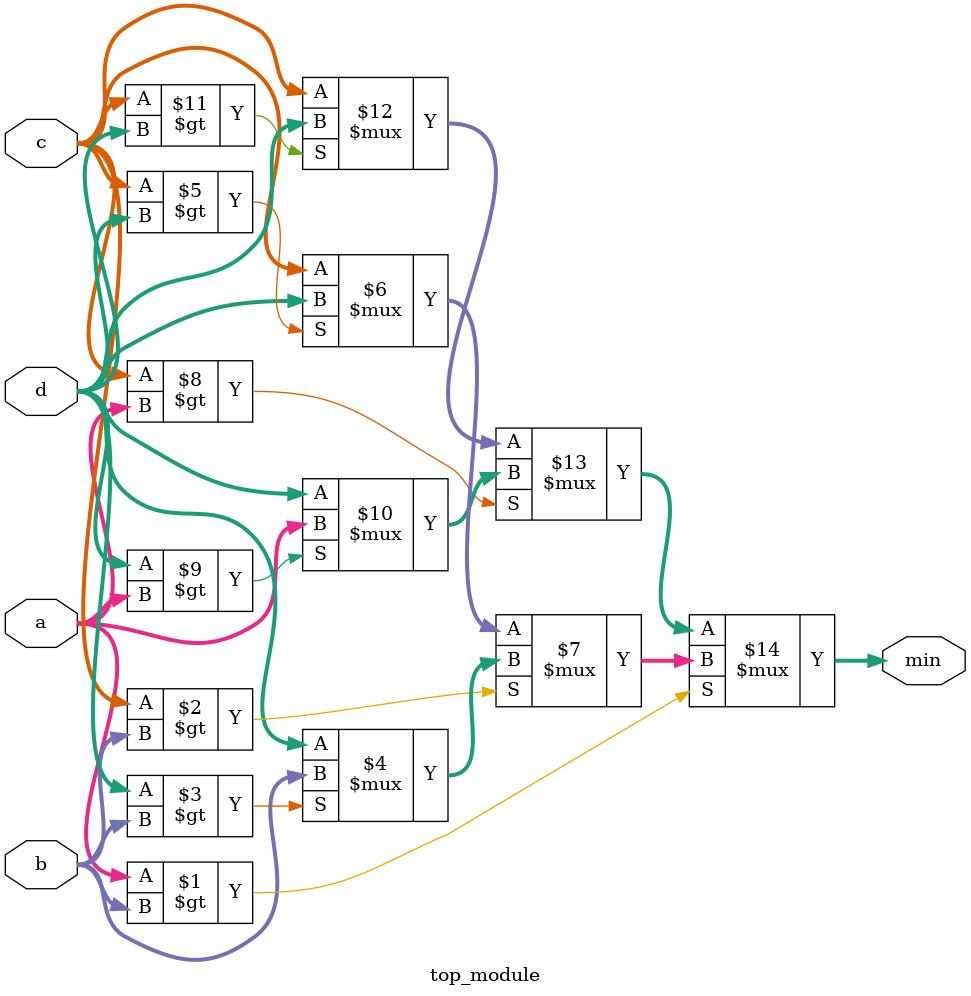
<source format=v>
module top_module (
    input [7:0] a, b, c, d,
    output [7:0] min);
    
    assign min=a>b?(c>b?(d>b?b:d):(c>d?d:c)):(c>a?(d>a?a:d):(c>d?d:c));
endmodule

</source>
